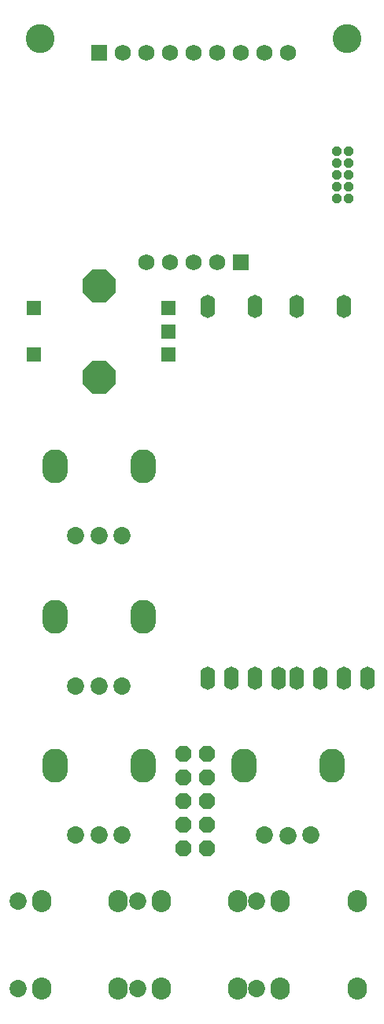
<source format=gbs>
G04 DipTrace 3.2.0.1*
G04 ubraids_IIa.GBS*
%MOIN*%
G04 #@! TF.FileFunction,Soldermask,Bot*
G04 #@! TF.Part,Single*
%AMOUTLINE7*
4,1,8,
0.014159,0.034184,
0.034184,0.014159,
0.034184,-0.014159,
0.014159,-0.034184,
-0.014159,-0.034184,
-0.034184,-0.014159,
-0.034184,0.014159,
-0.014159,0.034184,
0.014159,0.034184,
0*%
%AMOUTLINE8*
4,1,8,
0.008419,0.020325,
0.020325,0.008419,
0.020325,-0.008419,
0.008419,-0.020325,
-0.008419,-0.020325,
-0.020325,-0.008419,
-0.020325,0.008419,
-0.008419,0.020325,
0.008419,0.020325,
0*%
%AMOUTLINE12*
4,1,8,
0.028747,-0.0694,
0.0694,-0.028747,
0.0694,0.028747,
0.028747,0.0694,
-0.028747,0.0694,
-0.0694,0.028747,
-0.0694,-0.028747,
-0.028747,-0.0694,
0.028747,-0.0694,
0*%
%ADD28R,0.068898X0.068898*%
%ADD29C,0.068898*%
%ADD45R,0.05937X0.05937*%
%ADD50C,0.122047*%
%ADD60O,0.063X0.098*%
%ADD66O,0.108X0.143*%
%ADD70C,0.073*%
%ADD72O,0.083X0.093*%
%ADD103OUTLINE7*%
%ADD104OUTLINE8*%
%ADD108OUTLINE12*%
%FSLAX26Y26*%
G04*
G70*
G90*
G75*
G01*
G04 BotMask*
%LPD*%
D28*
X1387841Y3650249D3*
D29*
X1287841D3*
X1187841D3*
X1087841D3*
X987841D3*
D28*
X787841Y4536076D3*
D29*
X887841D3*
X987841D3*
X1087841D3*
X1187841D3*
X1287841D3*
X1387841D3*
X1487841D3*
X1587841D3*
D72*
X544052Y944000D3*
X869052D3*
D70*
X444052D3*
D72*
X1050841Y575251D3*
X1375841D3*
D70*
X950841D3*
D72*
X1557090Y944000D3*
X1882090D3*
D70*
X1457090D3*
D72*
X544590Y575251D3*
X869590D3*
D70*
X444590D3*
D72*
X1557090D3*
X1882090D3*
D70*
X1457090D3*
D72*
X1050841Y944000D3*
X1375841D3*
D70*
X950841D3*
D103*
X1244091Y1169000D3*
X1144091D3*
X1244091Y1269000D3*
X1144091D3*
X1244091Y1369000D3*
X1144091D3*
X1244091Y1469000D3*
X1144091D3*
X1244091Y1569000D3*
X1144091D3*
D104*
X1844091Y3919000D3*
X1794091D3*
X1844091Y3969000D3*
X1794091D3*
X1844091Y4019000D3*
X1794091D3*
X1844091Y4069000D3*
X1794091D3*
X1844091Y4119000D3*
X1794091D3*
D70*
X886301Y1855009D3*
X788301Y1854734D3*
X690301Y1855009D3*
D66*
X601301Y2150009D3*
X975301D3*
D70*
X886301Y1225283D3*
X788301Y1225008D3*
X690301Y1225283D3*
D66*
X601301Y1520283D3*
X975301D3*
D70*
X886301Y2490986D3*
X788301Y2490710D3*
X690301Y2490986D3*
D66*
X601301Y2785986D3*
X975301D3*
D70*
X1685841Y1224000D3*
X1587841Y1223724D3*
X1489841Y1224000D3*
D66*
X1400841Y1519000D3*
X1774841D3*
D45*
X1083116Y3454925D3*
Y3258075D3*
Y3356500D3*
X512250Y3454925D3*
Y3258075D3*
D108*
X787841Y3549413D3*
Y3163587D3*
D60*
X1825274Y1887593D3*
X1925274D3*
X1825274Y3462396D3*
X1725274Y1887593D3*
X1625274Y3462396D3*
Y1887593D3*
X1450313D3*
X1550313D3*
X1450313Y3462396D3*
X1350313Y1887593D3*
X1250313Y3462396D3*
Y1887593D3*
D50*
X537841Y4594000D3*
X1837841D3*
M02*

</source>
